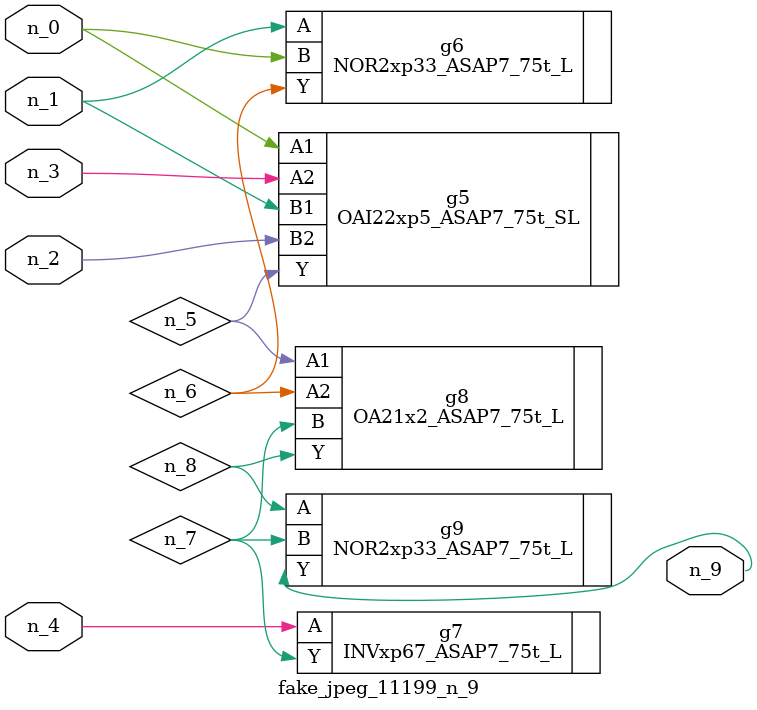
<source format=v>
module fake_jpeg_11199_n_9 (n_3, n_2, n_1, n_0, n_4, n_9);

input n_3;
input n_2;
input n_1;
input n_0;
input n_4;

output n_9;

wire n_8;
wire n_6;
wire n_5;
wire n_7;

OAI22xp5_ASAP7_75t_SL g5 ( 
.A1(n_0),
.A2(n_3),
.B1(n_1),
.B2(n_2),
.Y(n_5)
);

NOR2xp33_ASAP7_75t_L g6 ( 
.A(n_1),
.B(n_0),
.Y(n_6)
);

INVxp67_ASAP7_75t_L g7 ( 
.A(n_4),
.Y(n_7)
);

OA21x2_ASAP7_75t_L g8 ( 
.A1(n_5),
.A2(n_6),
.B(n_7),
.Y(n_8)
);

NOR2xp33_ASAP7_75t_L g9 ( 
.A(n_8),
.B(n_7),
.Y(n_9)
);


endmodule
</source>
